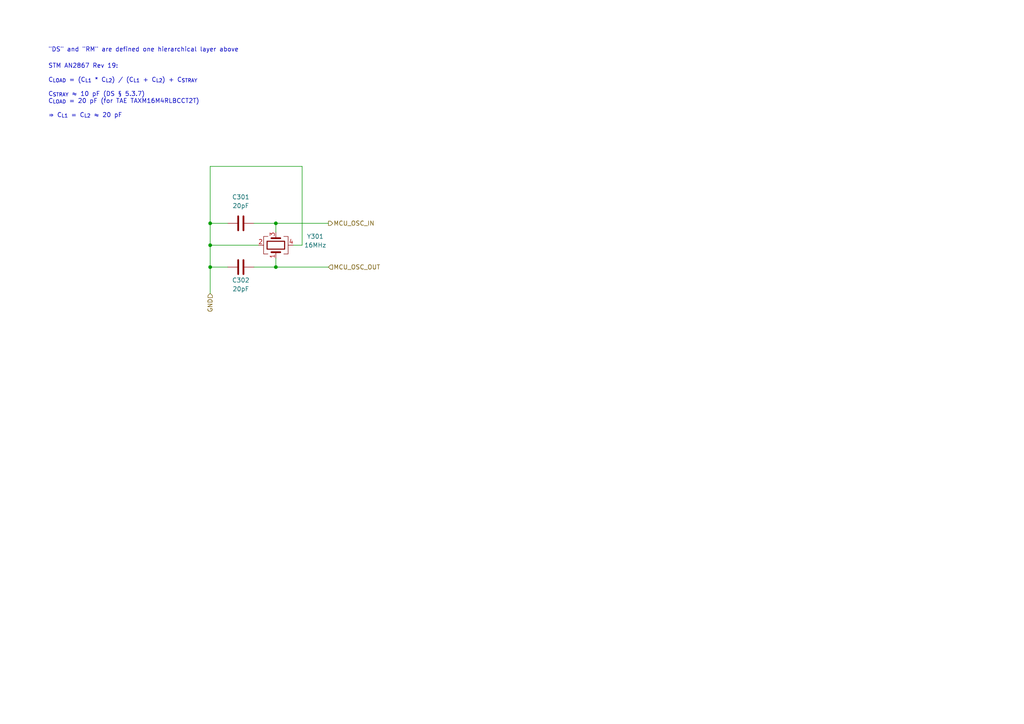
<source format=kicad_sch>
(kicad_sch (version 20230121) (generator eeschema)
  (paper "A4")
  (lib_symbols
    (symbol "Device:C" (pin_numbers hide) (pin_names (offset 0.254))
      (property "Reference" "C" (at 0.635 2.54 0))
      (property "Value" "C" (at 0.635 -2.54 0))
      (symbol "C_0_1"
        (polyline (pts (xy -2.032 -0.762) (xy 2.032 -0.762)) (stroke (width 0.508)))
        (polyline (pts (xy -2.032 0.762) (xy 2.032 0.762)) (stroke (width 0.508)))
      )
      (symbol "C_1_1"
        (pin passive line (at 0 3.81 270) (length 2.794) (name "~") (number "1"))
        (pin passive line (at 0 -3.81 90) (length 2.794) (name "~") (number "2"))
      )
    )
    (symbol "Device:Crystal_GND24" (pin_names (offset 1.016) hide)
      (property "Reference" "Y" (at 3.175 5.08 0))
      (property "Value" "Crystal_GND24" (at 3.175 3.175 0))
      (symbol "Crystal_GND24_0_1"
        (rectangle (start -1.143 2.54) (end 1.143 -2.54) (stroke (width 0.3048)))
        (polyline (pts (xy -2.54 0) (xy -2.032 0)))
        (polyline (pts (xy -2.032 -1.27) (xy -2.032 1.27)) (stroke (width 0.508)))
        (polyline (pts (xy 0 -3.81) (xy 0 -3.556)))
        (polyline (pts (xy 0 3.556) (xy 0 3.81)))
        (polyline (pts (xy 2.032 -1.27) (xy 2.032 1.27)) (stroke (width 0.508)))
        (polyline (pts (xy 2.032 0) (xy 2.54 0)))
        (polyline (pts (xy -2.54 -2.286) (xy -2.54 -3.556) (xy 2.54 -3.556) (xy 2.54 -2.286)))
        (polyline (pts (xy -2.54 2.286) (xy -2.54 3.556) (xy 2.54 3.556) (xy 2.54 2.286)))
      )
      (symbol "Crystal_GND24_1_1"
        (pin passive line (at -3.81 0 0) (length 1.27) (name "1") (number "1"))
        (pin passive line (at 0 5.08 270) (length 1.27) (name "2") (number "2"))
        (pin passive line (at 3.81 0 180) (length 1.27) (name "3") (number "3"))
        (pin passive line (at 0 -5.08 90) (length 1.27) (name "4") (number "4"))
      )
    )
  )
  (junction (at 60.96 77.47))
  (junction (at 60.96 71.12))
  (junction (at 80.01 64.77))
  (junction (at 80.01 77.47))
  (junction (at 60.96 64.77))
  (wire (pts (xy 60.96 48.26) (xy 60.96 64.77)))
  (wire (pts (xy 60.96 71.12) (xy 60.96 77.47)))
  (wire (pts (xy 60.96 71.12) (xy 74.93 71.12)))
  (wire (pts (xy 87.63 71.12) (xy 85.09 71.12)))
  (wire (pts (xy 80.01 64.77) (xy 95.25 64.77)))
  (wire (pts (xy 80.01 67.31) (xy 80.01 64.77)))
  (wire (pts (xy 87.63 71.12) (xy 87.63 48.26)))
  (wire (pts (xy 60.96 77.47) (xy 60.96 85.09)))
  (wire (pts (xy 87.63 48.26) (xy 60.96 48.26)))
  (wire (pts (xy 73.66 77.47) (xy 80.01 77.47)))
  (wire (pts (xy 80.01 77.47) (xy 80.01 74.93)))
  (wire (pts (xy 80.01 77.47) (xy 95.25 77.47)))
  (wire (pts (xy 60.96 77.47) (xy 66.04 77.47)))
  (wire (pts (xy 73.66 64.77) (xy 80.01 64.77)))
  (wire (pts (xy 66.04 64.77) (xy 60.96 64.77)))
  (wire (pts (xy 60.96 64.77) (xy 60.96 71.12)))
  (text "STM AN2867 Rev 19:\n\nC_{LOAD} = (C_{L1} * C_{L2}) / (C_{L1} + C_{L2}) + C_{STRAY}\n\nC_{STRAY} ≈ 10 pF (DS § 5.3.7)\nC_{LOAD} = 20 pF (for TAE TAXM16M4RLBCCT2T)\n\n⇒ C_{L1} = C_{L2} ≈ 20 pF" (at 13.97 34.29 0) (effects (font (size 1.27 1.27)) (justify left bottom)))
  (text "\"DS\" and \"RM\" are defined one hierarchical layer above" (at 13.97 15.24 0) (effects (font (size 1.27 1.27)) (justify left bottom)))
  (hierarchical_label "MCU_OSC_IN" (shape output) (at 95.25 64.77 0))
  (hierarchical_label "MCU_OSC_OUT" (shape input) (at 95.25 77.47 0))
  (hierarchical_label "GND" (shape input) (at 60.96 85.09 270))
  (symbol (lib_id "Device:Crystal_GND24") (at 80.01 71.12 90) (unit 1)
    (property "Reference" "Y301" (at 91.44 68.58 90))
    (property "Value" "16MHz" (at 91.44 71.12 90))
    (property "Footprint" "Crystal:Crystal_SMD_3225-4Pin_3.2x2.5mm" (effects hide))
    (property "LCSC" "C164049" (effects hide))
  )
  (symbol (lib_id "Device:C") (at 69.85 64.77 270) (unit 1)
    (property "Reference" "C301" (at 69.85 57.15 90))
    (property "Value" "20pF" (at 69.85 59.69 90))
    (property "Footprint" "Capacitor_SMD:C_0402_1005Metric" (effects hide))
    (property "LCSC" "C1554" (effects hide))
  )
  (symbol (lib_id "Device:C") (at 69.85 77.47 90) (unit 1)
    (property "Reference" "C302" (at 69.85 81.28 90))
    (property "Value" "20pF" (at 69.85 83.82 90))
    (property "Footprint" "Capacitor_SMD:C_0402_1005Metric" (effects hide))
    (property "LCSC" "C1554" (effects hide))
  )
)
</source>
